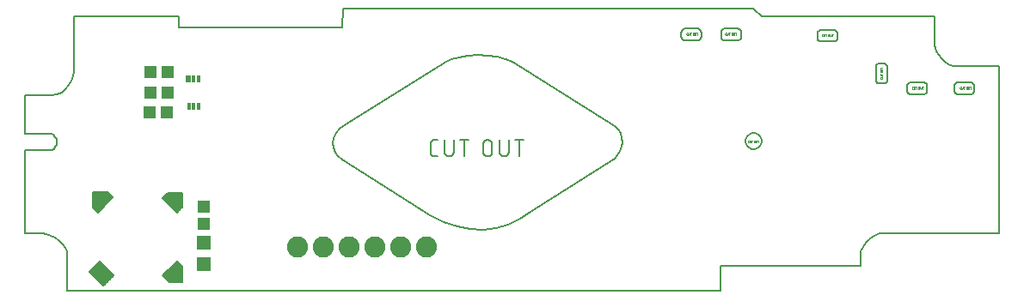
<source format=gbs>
G75*
%MOIN*%
%OFA0B0*%
%FSLAX25Y25*%
%IPPOS*%
%LPD*%
%AMOC8*
5,1,8,0,0,1.08239X$1,22.5*
%
%ADD10C,0.00600*%
%ADD11C,0.00500*%
%ADD12C,0.00800*%
%ADD13C,0.00000*%
%ADD14R,0.08280X0.05918*%
%ADD15R,0.05131X0.04737*%
%ADD16C,0.08200*%
%ADD17R,0.05524X0.05524*%
%ADD18R,0.04737X0.05131*%
%ADD19R,0.01981X0.02965*%
%ADD20R,0.01784X0.02965*%
D10*
X0017703Y0038877D02*
X0017703Y0053068D01*
X0017473Y0054223D01*
X0016826Y0055511D01*
X0015826Y0056843D01*
X0014540Y0058131D01*
X0013031Y0059287D01*
X0011367Y0060221D01*
X0009609Y0060847D01*
X0007826Y0061075D01*
X0001300Y0061075D01*
X0001300Y0093285D01*
X0011489Y0093363D01*
X0012380Y0093845D01*
X0013016Y0094600D01*
X0013395Y0095536D01*
X0013520Y0096561D01*
X0013391Y0097585D01*
X0013008Y0098513D01*
X0012374Y0099256D01*
X0011489Y0099720D01*
X0001300Y0099735D01*
X0001300Y0114803D02*
X0011489Y0114803D01*
X0013651Y0115090D01*
X0015486Y0115887D01*
X0017005Y0117096D01*
X0018220Y0118620D01*
X0019144Y0120362D01*
X0019789Y0122225D01*
X0020167Y0124111D01*
X0020291Y0125924D01*
X0020291Y0145461D01*
X0060762Y0145461D02*
X0060762Y0141013D01*
X0124178Y0141164D01*
X0124439Y0148568D01*
X0283611Y0148568D01*
X0286803Y0145461D01*
X0353849Y0145461D01*
X0353872Y0134183D01*
X0354104Y0132969D01*
X0354668Y0131631D01*
X0355516Y0130256D01*
X0356599Y0128933D01*
X0357869Y0127750D01*
X0359276Y0126796D01*
X0360773Y0126160D01*
X0362309Y0125929D01*
X0362585Y0125935D01*
X0378794Y0125924D01*
X0378794Y0061075D01*
X0333600Y0061075D01*
X0332610Y0060907D01*
X0331351Y0060421D01*
X0329946Y0059641D01*
X0328519Y0058595D01*
X0327194Y0057307D01*
X0326094Y0055804D01*
X0325344Y0054111D01*
X0325066Y0052254D01*
X0325066Y0048361D01*
X0270858Y0048361D01*
X0270858Y0038877D01*
X0017703Y0038877D01*
X0122690Y0090966D02*
X0124225Y0089783D01*
X0158265Y0068189D01*
X0163523Y0065449D01*
X0168754Y0063607D01*
X0173919Y0062628D01*
X0178974Y0062478D01*
X0183880Y0063119D01*
X0188596Y0064518D01*
X0193079Y0066639D01*
X0197289Y0069447D01*
X0229895Y0090159D01*
X0230978Y0091402D01*
X0231843Y0092915D01*
X0232442Y0094612D01*
X0232729Y0096404D01*
X0232659Y0098204D01*
X0232183Y0099923D01*
X0231257Y0101475D01*
X0229833Y0102771D01*
X0190100Y0127595D01*
X0187592Y0128804D01*
X0184372Y0129643D01*
X0180700Y0130126D01*
X0176836Y0130263D01*
X0173041Y0130067D01*
X0169574Y0129549D01*
X0166698Y0128721D01*
X0164671Y0127595D01*
X0125405Y0103236D01*
X0123317Y0101738D01*
X0121857Y0099993D01*
X0120989Y0098097D01*
X0120674Y0096150D01*
X0120878Y0094247D01*
X0121562Y0092486D01*
X0122690Y0090966D01*
X0158497Y0092431D02*
X0158497Y0095986D01*
X0158499Y0096060D01*
X0158505Y0096135D01*
X0158515Y0096208D01*
X0158528Y0096282D01*
X0158545Y0096354D01*
X0158567Y0096425D01*
X0158591Y0096496D01*
X0158620Y0096564D01*
X0158652Y0096632D01*
X0158688Y0096697D01*
X0158726Y0096760D01*
X0158769Y0096822D01*
X0158814Y0096881D01*
X0158862Y0096937D01*
X0158913Y0096992D01*
X0158967Y0097043D01*
X0159024Y0097091D01*
X0159083Y0097136D01*
X0159145Y0097179D01*
X0159208Y0097217D01*
X0159273Y0097253D01*
X0159341Y0097285D01*
X0159409Y0097314D01*
X0159480Y0097338D01*
X0159551Y0097360D01*
X0159623Y0097377D01*
X0159697Y0097390D01*
X0159770Y0097400D01*
X0159845Y0097406D01*
X0159919Y0097408D01*
X0161341Y0097408D01*
X0163846Y0097408D02*
X0163846Y0092786D01*
X0163848Y0092703D01*
X0163854Y0092620D01*
X0163864Y0092537D01*
X0163877Y0092454D01*
X0163895Y0092373D01*
X0163916Y0092292D01*
X0163941Y0092213D01*
X0163970Y0092135D01*
X0164002Y0092058D01*
X0164038Y0091983D01*
X0164077Y0091909D01*
X0164120Y0091838D01*
X0164166Y0091768D01*
X0164216Y0091701D01*
X0164268Y0091636D01*
X0164323Y0091574D01*
X0164382Y0091514D01*
X0164443Y0091457D01*
X0164506Y0091403D01*
X0164572Y0091352D01*
X0164641Y0091305D01*
X0164711Y0091260D01*
X0164784Y0091219D01*
X0164858Y0091182D01*
X0164934Y0091147D01*
X0165012Y0091117D01*
X0165090Y0091090D01*
X0165171Y0091067D01*
X0165252Y0091047D01*
X0165334Y0091032D01*
X0165416Y0091020D01*
X0165499Y0091012D01*
X0165582Y0091008D01*
X0165666Y0091008D01*
X0165749Y0091012D01*
X0165832Y0091020D01*
X0165914Y0091032D01*
X0165996Y0091047D01*
X0166077Y0091067D01*
X0166158Y0091090D01*
X0166236Y0091117D01*
X0166314Y0091147D01*
X0166390Y0091182D01*
X0166464Y0091219D01*
X0166537Y0091260D01*
X0166607Y0091305D01*
X0166676Y0091352D01*
X0166742Y0091403D01*
X0166805Y0091457D01*
X0166866Y0091514D01*
X0166925Y0091574D01*
X0166980Y0091636D01*
X0167032Y0091701D01*
X0167082Y0091768D01*
X0167128Y0091838D01*
X0167171Y0091909D01*
X0167210Y0091983D01*
X0167246Y0092058D01*
X0167278Y0092135D01*
X0167307Y0092213D01*
X0167332Y0092292D01*
X0167353Y0092373D01*
X0167371Y0092454D01*
X0167384Y0092537D01*
X0167394Y0092620D01*
X0167400Y0092703D01*
X0167402Y0092786D01*
X0167401Y0092786D02*
X0167401Y0097408D01*
X0169795Y0097408D02*
X0173350Y0097408D01*
X0171573Y0097408D02*
X0171573Y0091008D01*
X0178821Y0092786D02*
X0178821Y0095631D01*
X0178820Y0095631D02*
X0178822Y0095714D01*
X0178828Y0095797D01*
X0178838Y0095880D01*
X0178851Y0095963D01*
X0178869Y0096044D01*
X0178890Y0096125D01*
X0178915Y0096204D01*
X0178944Y0096282D01*
X0178976Y0096359D01*
X0179012Y0096434D01*
X0179051Y0096508D01*
X0179094Y0096579D01*
X0179140Y0096649D01*
X0179190Y0096716D01*
X0179242Y0096781D01*
X0179297Y0096843D01*
X0179356Y0096903D01*
X0179417Y0096960D01*
X0179480Y0097014D01*
X0179546Y0097065D01*
X0179615Y0097112D01*
X0179685Y0097157D01*
X0179758Y0097198D01*
X0179832Y0097235D01*
X0179908Y0097270D01*
X0179986Y0097300D01*
X0180064Y0097327D01*
X0180145Y0097350D01*
X0180226Y0097370D01*
X0180308Y0097385D01*
X0180390Y0097397D01*
X0180473Y0097405D01*
X0180556Y0097409D01*
X0180640Y0097409D01*
X0180723Y0097405D01*
X0180806Y0097397D01*
X0180888Y0097385D01*
X0180970Y0097370D01*
X0181051Y0097350D01*
X0181132Y0097327D01*
X0181210Y0097300D01*
X0181288Y0097270D01*
X0181364Y0097235D01*
X0181438Y0097198D01*
X0181511Y0097157D01*
X0181581Y0097112D01*
X0181650Y0097065D01*
X0181716Y0097014D01*
X0181779Y0096960D01*
X0181840Y0096903D01*
X0181899Y0096843D01*
X0181954Y0096781D01*
X0182006Y0096716D01*
X0182056Y0096649D01*
X0182102Y0096579D01*
X0182145Y0096508D01*
X0182184Y0096434D01*
X0182220Y0096359D01*
X0182252Y0096282D01*
X0182281Y0096204D01*
X0182306Y0096125D01*
X0182327Y0096044D01*
X0182345Y0095963D01*
X0182358Y0095880D01*
X0182368Y0095797D01*
X0182374Y0095714D01*
X0182376Y0095631D01*
X0182376Y0092786D01*
X0182374Y0092703D01*
X0182368Y0092620D01*
X0182358Y0092537D01*
X0182345Y0092454D01*
X0182327Y0092373D01*
X0182306Y0092292D01*
X0182281Y0092213D01*
X0182252Y0092135D01*
X0182220Y0092058D01*
X0182184Y0091983D01*
X0182145Y0091909D01*
X0182102Y0091838D01*
X0182056Y0091768D01*
X0182006Y0091701D01*
X0181954Y0091636D01*
X0181899Y0091574D01*
X0181840Y0091514D01*
X0181779Y0091457D01*
X0181716Y0091403D01*
X0181650Y0091352D01*
X0181581Y0091305D01*
X0181511Y0091260D01*
X0181438Y0091219D01*
X0181364Y0091182D01*
X0181288Y0091147D01*
X0181210Y0091117D01*
X0181132Y0091090D01*
X0181051Y0091067D01*
X0180970Y0091047D01*
X0180888Y0091032D01*
X0180806Y0091020D01*
X0180723Y0091012D01*
X0180640Y0091008D01*
X0180556Y0091008D01*
X0180473Y0091012D01*
X0180390Y0091020D01*
X0180308Y0091032D01*
X0180226Y0091047D01*
X0180145Y0091067D01*
X0180064Y0091090D01*
X0179986Y0091117D01*
X0179908Y0091147D01*
X0179832Y0091182D01*
X0179758Y0091219D01*
X0179685Y0091260D01*
X0179615Y0091305D01*
X0179546Y0091352D01*
X0179480Y0091403D01*
X0179417Y0091457D01*
X0179356Y0091514D01*
X0179297Y0091574D01*
X0179242Y0091636D01*
X0179190Y0091701D01*
X0179140Y0091768D01*
X0179094Y0091838D01*
X0179051Y0091909D01*
X0179012Y0091983D01*
X0178976Y0092058D01*
X0178944Y0092135D01*
X0178915Y0092213D01*
X0178890Y0092292D01*
X0178869Y0092373D01*
X0178851Y0092454D01*
X0178838Y0092537D01*
X0178828Y0092620D01*
X0178822Y0092703D01*
X0178820Y0092786D01*
X0185180Y0092786D02*
X0185180Y0097408D01*
X0188735Y0097408D02*
X0188735Y0092786D01*
X0188736Y0092786D02*
X0188734Y0092703D01*
X0188728Y0092620D01*
X0188718Y0092537D01*
X0188705Y0092454D01*
X0188687Y0092373D01*
X0188666Y0092292D01*
X0188641Y0092213D01*
X0188612Y0092135D01*
X0188580Y0092058D01*
X0188544Y0091983D01*
X0188505Y0091909D01*
X0188462Y0091838D01*
X0188416Y0091768D01*
X0188366Y0091701D01*
X0188314Y0091636D01*
X0188259Y0091574D01*
X0188200Y0091514D01*
X0188139Y0091457D01*
X0188076Y0091403D01*
X0188010Y0091352D01*
X0187941Y0091305D01*
X0187871Y0091260D01*
X0187798Y0091219D01*
X0187724Y0091182D01*
X0187648Y0091147D01*
X0187570Y0091117D01*
X0187492Y0091090D01*
X0187411Y0091067D01*
X0187330Y0091047D01*
X0187248Y0091032D01*
X0187166Y0091020D01*
X0187083Y0091012D01*
X0187000Y0091008D01*
X0186916Y0091008D01*
X0186833Y0091012D01*
X0186750Y0091020D01*
X0186668Y0091032D01*
X0186586Y0091047D01*
X0186505Y0091067D01*
X0186424Y0091090D01*
X0186346Y0091117D01*
X0186268Y0091147D01*
X0186192Y0091182D01*
X0186118Y0091219D01*
X0186045Y0091260D01*
X0185975Y0091305D01*
X0185906Y0091352D01*
X0185840Y0091403D01*
X0185777Y0091457D01*
X0185716Y0091514D01*
X0185657Y0091574D01*
X0185602Y0091636D01*
X0185550Y0091701D01*
X0185500Y0091768D01*
X0185454Y0091838D01*
X0185411Y0091909D01*
X0185372Y0091983D01*
X0185336Y0092058D01*
X0185304Y0092135D01*
X0185275Y0092213D01*
X0185250Y0092292D01*
X0185229Y0092373D01*
X0185211Y0092454D01*
X0185198Y0092537D01*
X0185188Y0092620D01*
X0185182Y0092703D01*
X0185180Y0092786D01*
X0191129Y0097408D02*
X0194684Y0097408D01*
X0192907Y0097408D02*
X0192907Y0091008D01*
X0161341Y0091008D02*
X0159919Y0091008D01*
X0159919Y0091009D02*
X0159845Y0091011D01*
X0159770Y0091017D01*
X0159697Y0091027D01*
X0159623Y0091040D01*
X0159551Y0091057D01*
X0159480Y0091079D01*
X0159409Y0091103D01*
X0159341Y0091132D01*
X0159273Y0091164D01*
X0159208Y0091200D01*
X0159145Y0091238D01*
X0159083Y0091281D01*
X0159024Y0091326D01*
X0158967Y0091374D01*
X0158913Y0091425D01*
X0158862Y0091479D01*
X0158814Y0091536D01*
X0158769Y0091595D01*
X0158726Y0091657D01*
X0158688Y0091720D01*
X0158652Y0091785D01*
X0158620Y0091853D01*
X0158591Y0091921D01*
X0158567Y0091992D01*
X0158545Y0092063D01*
X0158528Y0092135D01*
X0158515Y0092209D01*
X0158505Y0092282D01*
X0158499Y0092357D01*
X0158497Y0092431D01*
X0255811Y0136897D02*
X0255734Y0137142D01*
X0255707Y0137405D01*
X0255707Y0139289D01*
X0255734Y0139552D01*
X0255811Y0139797D01*
X0255931Y0140020D01*
X0256092Y0140213D01*
X0256285Y0140374D01*
X0256508Y0140495D01*
X0256753Y0140571D01*
X0257016Y0140598D01*
X0262092Y0140598D01*
X0262355Y0140571D01*
X0262600Y0140495D01*
X0262822Y0140374D01*
X0263016Y0140213D01*
X0263176Y0140020D01*
X0263297Y0139797D01*
X0263374Y0139552D01*
X0263400Y0139289D01*
X0263400Y0137405D01*
X0263374Y0137142D01*
X0263297Y0136897D01*
X0263176Y0136675D01*
X0263016Y0136481D01*
X0262822Y0136321D01*
X0262600Y0136200D01*
X0262355Y0136123D01*
X0262092Y0136097D01*
X0257016Y0136097D01*
X0256753Y0136123D01*
X0256508Y0136200D01*
X0256285Y0136321D01*
X0256092Y0136481D01*
X0255931Y0136675D01*
X0255811Y0136897D01*
X0271135Y0137405D02*
X0271135Y0139289D01*
X0271162Y0139552D01*
X0271239Y0139797D01*
X0271359Y0140020D01*
X0271520Y0140213D01*
X0271713Y0140374D01*
X0271935Y0140495D01*
X0272181Y0140571D01*
X0272443Y0140598D01*
X0277520Y0140598D01*
X0277783Y0140571D01*
X0278028Y0140495D01*
X0278250Y0140374D01*
X0278444Y0140213D01*
X0278604Y0140020D01*
X0278725Y0139797D01*
X0278802Y0139552D01*
X0278828Y0139289D01*
X0278828Y0137405D01*
X0278802Y0137142D01*
X0278725Y0136897D01*
X0278604Y0136675D01*
X0278444Y0136481D01*
X0278250Y0136321D01*
X0278028Y0136200D01*
X0277783Y0136123D01*
X0277520Y0136097D01*
X0272443Y0136097D01*
X0272181Y0136123D01*
X0271935Y0136200D01*
X0271713Y0136321D01*
X0271520Y0136481D01*
X0271359Y0136675D01*
X0271239Y0136897D01*
X0271162Y0137142D01*
X0271135Y0137405D01*
X0308483Y0136890D02*
X0308483Y0138774D01*
X0308510Y0139037D01*
X0308587Y0139282D01*
X0308707Y0139504D01*
X0308868Y0139698D01*
X0309061Y0139858D01*
X0309283Y0139979D01*
X0309529Y0140056D01*
X0309791Y0140082D01*
X0314868Y0140082D01*
X0315131Y0140056D01*
X0315376Y0139979D01*
X0315598Y0139858D01*
X0315792Y0139698D01*
X0315952Y0139504D01*
X0316073Y0139282D01*
X0316150Y0139037D01*
X0316176Y0138774D01*
X0316176Y0136890D01*
X0316150Y0136627D01*
X0316073Y0136382D01*
X0315952Y0136160D01*
X0315792Y0135966D01*
X0315598Y0135806D01*
X0315376Y0135685D01*
X0315131Y0135608D01*
X0314868Y0135582D01*
X0309791Y0135582D01*
X0309529Y0135608D01*
X0309283Y0135685D01*
X0309061Y0135806D01*
X0308868Y0135966D01*
X0308707Y0136160D01*
X0308587Y0136382D01*
X0308510Y0136627D01*
X0308483Y0136890D01*
X0331167Y0126223D02*
X0331288Y0126445D01*
X0331448Y0126639D01*
X0331642Y0126799D01*
X0331865Y0126920D01*
X0332109Y0126996D01*
X0332372Y0127023D01*
X0334256Y0127023D01*
X0334519Y0126996D01*
X0334765Y0126920D01*
X0334987Y0126799D01*
X0335181Y0126639D01*
X0335341Y0126445D01*
X0335462Y0126223D01*
X0335538Y0125978D01*
X0335565Y0125715D01*
X0335565Y0120638D01*
X0335538Y0120375D01*
X0335462Y0120130D01*
X0335341Y0119908D01*
X0335181Y0119714D01*
X0334987Y0119554D01*
X0334765Y0119433D01*
X0334519Y0119357D01*
X0334256Y0119330D01*
X0332372Y0119330D01*
X0332109Y0119357D01*
X0331865Y0119433D01*
X0331642Y0119554D01*
X0331448Y0119714D01*
X0331288Y0119908D01*
X0331167Y0120130D01*
X0331091Y0120375D01*
X0331064Y0120638D01*
X0331064Y0125715D01*
X0331091Y0125978D01*
X0331167Y0126223D01*
X0343477Y0119106D02*
X0343637Y0119300D01*
X0343831Y0119460D01*
X0344053Y0119581D01*
X0344298Y0119658D01*
X0344561Y0119684D01*
X0349637Y0119684D01*
X0349900Y0119658D01*
X0350145Y0119581D01*
X0350368Y0119460D01*
X0350561Y0119300D01*
X0350722Y0119106D01*
X0350843Y0118884D01*
X0350919Y0118639D01*
X0350946Y0118376D01*
X0350946Y0116492D01*
X0350919Y0116229D01*
X0350843Y0115984D01*
X0350722Y0115761D01*
X0350561Y0115567D01*
X0350368Y0115407D01*
X0350145Y0115286D01*
X0349900Y0115210D01*
X0349637Y0115183D01*
X0344561Y0115183D01*
X0344298Y0115210D01*
X0344053Y0115286D01*
X0343831Y0115407D01*
X0343637Y0115567D01*
X0343477Y0115761D01*
X0343356Y0115984D01*
X0343280Y0116229D01*
X0343253Y0116492D01*
X0343253Y0118376D01*
X0343280Y0118639D01*
X0343356Y0118884D01*
X0343477Y0119106D01*
X0361576Y0118376D02*
X0361576Y0116492D01*
X0361603Y0116229D01*
X0361680Y0115984D01*
X0361800Y0115761D01*
X0361961Y0115567D01*
X0362154Y0115407D01*
X0362377Y0115286D01*
X0362622Y0115210D01*
X0362885Y0115183D01*
X0367961Y0115183D01*
X0368224Y0115210D01*
X0368469Y0115286D01*
X0368691Y0115407D01*
X0368885Y0115567D01*
X0369045Y0115761D01*
X0369166Y0115984D01*
X0369243Y0116229D01*
X0369269Y0116492D01*
X0369269Y0118376D01*
X0369243Y0118639D01*
X0369166Y0118884D01*
X0369045Y0119106D01*
X0368885Y0119300D01*
X0368691Y0119460D01*
X0368469Y0119581D01*
X0368224Y0119658D01*
X0367961Y0119684D01*
X0362885Y0119684D01*
X0362622Y0119658D01*
X0362377Y0119581D01*
X0362154Y0119460D01*
X0361961Y0119300D01*
X0361800Y0119106D01*
X0361680Y0118884D01*
X0361603Y0118639D01*
X0361576Y0118376D01*
X0286760Y0097559D02*
X0286824Y0096924D01*
X0286764Y0097539D01*
X0286585Y0098129D01*
X0286294Y0098674D01*
X0285902Y0099151D01*
X0285425Y0099543D01*
X0284880Y0099834D01*
X0284289Y0100013D01*
X0283675Y0100074D01*
X0283060Y0100013D01*
X0282469Y0099834D01*
X0281925Y0099543D01*
X0281448Y0099151D01*
X0281056Y0098674D01*
X0280765Y0098129D01*
X0280586Y0097539D01*
X0280525Y0096924D01*
X0280586Y0096310D01*
X0280765Y0095719D01*
X0281056Y0095174D01*
X0281448Y0094697D01*
X0281925Y0094305D01*
X0282469Y0094014D01*
X0283060Y0093835D01*
X0283675Y0093774D01*
X0284289Y0093835D01*
X0284880Y0094014D01*
X0285425Y0094305D01*
X0285902Y0094697D01*
X0286294Y0095174D01*
X0286585Y0095719D01*
X0286764Y0096310D01*
X0286824Y0096924D01*
X0286760Y0096289D01*
X0286577Y0095698D01*
X0286287Y0095163D01*
X0285902Y0094697D01*
X0285436Y0094312D01*
X0284901Y0094022D01*
X0284309Y0093839D01*
X0283675Y0093774D01*
X0283040Y0093839D01*
X0282449Y0094022D01*
X0281914Y0094312D01*
X0281448Y0094697D01*
X0281063Y0095163D01*
X0280773Y0095698D01*
X0280589Y0096289D01*
X0280525Y0096924D01*
X0280589Y0097559D01*
X0280773Y0098150D01*
X0281063Y0098685D01*
X0281448Y0099151D01*
X0281914Y0099536D01*
X0282449Y0099826D01*
X0283040Y0100010D01*
X0283675Y0100074D01*
X0284309Y0100010D01*
X0284901Y0099826D01*
X0285436Y0099536D01*
X0285902Y0099151D01*
X0286287Y0098685D01*
X0286577Y0098150D01*
X0286760Y0097559D01*
D11*
X0062197Y0076708D02*
X0062197Y0071708D01*
X0062197Y0071208D01*
X0061697Y0070708D01*
X0060197Y0069208D01*
X0054697Y0074708D01*
X0056697Y0076708D01*
X0062197Y0076708D01*
X0062197Y0076586D02*
X0056575Y0076586D01*
X0056076Y0076088D02*
X0062197Y0076088D01*
X0062197Y0075589D02*
X0055578Y0075589D01*
X0055079Y0075091D02*
X0062197Y0075091D01*
X0062197Y0074592D02*
X0054813Y0074592D01*
X0055311Y0074094D02*
X0062197Y0074094D01*
X0062197Y0073595D02*
X0055810Y0073595D01*
X0056309Y0073097D02*
X0062197Y0073097D01*
X0062197Y0072598D02*
X0056807Y0072598D01*
X0057306Y0072100D02*
X0062197Y0072100D01*
X0062197Y0071601D02*
X0057804Y0071601D01*
X0058303Y0071103D02*
X0062091Y0071103D01*
X0061593Y0070604D02*
X0058801Y0070604D01*
X0059300Y0070106D02*
X0061094Y0070106D01*
X0060596Y0069607D02*
X0059798Y0069607D01*
X0035197Y0075208D02*
X0033197Y0077208D01*
X0027697Y0077208D01*
X0027697Y0071208D01*
X0029697Y0069208D01*
X0035197Y0075208D01*
X0035089Y0075091D02*
X0027697Y0075091D01*
X0027697Y0075589D02*
X0034816Y0075589D01*
X0034317Y0076088D02*
X0027697Y0076088D01*
X0027697Y0076586D02*
X0033819Y0076586D01*
X0033320Y0077085D02*
X0027697Y0077085D01*
X0027697Y0074592D02*
X0034632Y0074592D01*
X0034175Y0074094D02*
X0027697Y0074094D01*
X0027697Y0073595D02*
X0033718Y0073595D01*
X0033261Y0073097D02*
X0027697Y0073097D01*
X0027697Y0072598D02*
X0032804Y0072598D01*
X0032347Y0072100D02*
X0027697Y0072100D01*
X0027697Y0071601D02*
X0031890Y0071601D01*
X0031433Y0071103D02*
X0027803Y0071103D01*
X0028301Y0070604D02*
X0030976Y0070604D01*
X0030519Y0070106D02*
X0028800Y0070106D01*
X0029298Y0069607D02*
X0030062Y0069607D01*
X0030197Y0050208D02*
X0026197Y0046208D01*
X0031697Y0040708D01*
X0035697Y0044708D01*
X0030197Y0050208D01*
X0030154Y0050165D02*
X0030240Y0050165D01*
X0030739Y0049667D02*
X0029655Y0049667D01*
X0029157Y0049168D02*
X0031237Y0049168D01*
X0031736Y0048670D02*
X0028658Y0048670D01*
X0028160Y0048171D02*
X0032234Y0048171D01*
X0032733Y0047673D02*
X0027661Y0047673D01*
X0027163Y0047174D02*
X0033231Y0047174D01*
X0033730Y0046676D02*
X0026664Y0046676D01*
X0026228Y0046177D02*
X0034228Y0046177D01*
X0034727Y0045679D02*
X0026727Y0045679D01*
X0027225Y0045180D02*
X0035225Y0045180D01*
X0035670Y0044682D02*
X0027724Y0044682D01*
X0028222Y0044183D02*
X0035172Y0044183D01*
X0034673Y0043685D02*
X0028721Y0043685D01*
X0029219Y0043186D02*
X0034175Y0043186D01*
X0033676Y0042687D02*
X0029718Y0042687D01*
X0030216Y0042189D02*
X0033177Y0042189D01*
X0032679Y0041690D02*
X0030715Y0041690D01*
X0031213Y0041192D02*
X0032180Y0041192D01*
X0054697Y0044708D02*
X0057197Y0042208D01*
X0062197Y0042208D01*
X0062197Y0042708D01*
X0062197Y0048208D01*
X0061697Y0048708D01*
X0060197Y0050208D01*
X0054697Y0044708D01*
X0054724Y0044682D02*
X0062197Y0044682D01*
X0062197Y0045180D02*
X0055169Y0045180D01*
X0055667Y0045679D02*
X0062197Y0045679D01*
X0062197Y0046177D02*
X0056166Y0046177D01*
X0056664Y0046676D02*
X0062197Y0046676D01*
X0062197Y0047174D02*
X0057163Y0047174D01*
X0057661Y0047673D02*
X0062197Y0047673D01*
X0062197Y0048171D02*
X0058160Y0048171D01*
X0058658Y0048670D02*
X0061736Y0048670D01*
X0061237Y0049168D02*
X0059157Y0049168D01*
X0059655Y0049667D02*
X0060739Y0049667D01*
X0060240Y0050165D02*
X0060154Y0050165D01*
X0062197Y0044183D02*
X0055222Y0044183D01*
X0055721Y0043685D02*
X0062197Y0043685D01*
X0062197Y0043186D02*
X0056219Y0043186D01*
X0056718Y0042687D02*
X0062197Y0042687D01*
X0001300Y0099735D02*
X0001300Y0114803D01*
D12*
X0020291Y0145461D02*
X0060762Y0145461D01*
D13*
X0257697Y0138831D02*
X0257697Y0138386D01*
X0257699Y0138361D01*
X0257704Y0138336D01*
X0257713Y0138312D01*
X0257725Y0138290D01*
X0257740Y0138269D01*
X0257758Y0138251D01*
X0257779Y0138236D01*
X0257801Y0138224D01*
X0257825Y0138215D01*
X0257850Y0138210D01*
X0257875Y0138208D01*
X0258052Y0138208D01*
X0258322Y0138431D02*
X0258322Y0139008D01*
X0258052Y0139008D02*
X0257875Y0139008D01*
X0257875Y0139009D02*
X0257850Y0139007D01*
X0257825Y0139002D01*
X0257801Y0138993D01*
X0257779Y0138981D01*
X0257758Y0138966D01*
X0257740Y0138948D01*
X0257725Y0138927D01*
X0257713Y0138905D01*
X0257704Y0138881D01*
X0257699Y0138856D01*
X0257697Y0138831D01*
X0258322Y0138431D02*
X0258324Y0138402D01*
X0258330Y0138374D01*
X0258339Y0138346D01*
X0258352Y0138320D01*
X0258368Y0138296D01*
X0258387Y0138274D01*
X0258409Y0138255D01*
X0258433Y0138239D01*
X0258459Y0138226D01*
X0258487Y0138217D01*
X0258515Y0138211D01*
X0258544Y0138209D01*
X0258573Y0138211D01*
X0258601Y0138217D01*
X0258629Y0138226D01*
X0258655Y0138239D01*
X0258679Y0138255D01*
X0258701Y0138274D01*
X0258720Y0138296D01*
X0258736Y0138320D01*
X0258749Y0138346D01*
X0258758Y0138374D01*
X0258764Y0138402D01*
X0258766Y0138431D01*
X0258766Y0139008D01*
X0259018Y0139008D02*
X0259462Y0139008D01*
X0259240Y0139008D02*
X0259240Y0138208D01*
X0260074Y0138431D02*
X0260074Y0138786D01*
X0260076Y0138815D01*
X0260082Y0138843D01*
X0260091Y0138871D01*
X0260104Y0138897D01*
X0260120Y0138921D01*
X0260139Y0138943D01*
X0260161Y0138962D01*
X0260185Y0138978D01*
X0260211Y0138991D01*
X0260239Y0139000D01*
X0260267Y0139006D01*
X0260296Y0139008D01*
X0260325Y0139006D01*
X0260353Y0139000D01*
X0260381Y0138991D01*
X0260407Y0138978D01*
X0260431Y0138962D01*
X0260453Y0138943D01*
X0260472Y0138921D01*
X0260488Y0138897D01*
X0260501Y0138871D01*
X0260510Y0138843D01*
X0260516Y0138815D01*
X0260518Y0138786D01*
X0260518Y0138431D01*
X0260516Y0138402D01*
X0260510Y0138374D01*
X0260501Y0138346D01*
X0260488Y0138320D01*
X0260472Y0138296D01*
X0260453Y0138274D01*
X0260431Y0138255D01*
X0260407Y0138239D01*
X0260381Y0138226D01*
X0260353Y0138217D01*
X0260325Y0138211D01*
X0260296Y0138209D01*
X0260267Y0138211D01*
X0260239Y0138217D01*
X0260211Y0138226D01*
X0260185Y0138239D01*
X0260161Y0138255D01*
X0260139Y0138274D01*
X0260120Y0138296D01*
X0260104Y0138320D01*
X0260091Y0138346D01*
X0260082Y0138374D01*
X0260076Y0138402D01*
X0260074Y0138431D01*
X0260818Y0138431D02*
X0260818Y0139008D01*
X0261262Y0139008D02*
X0261262Y0138431D01*
X0261260Y0138402D01*
X0261254Y0138374D01*
X0261245Y0138346D01*
X0261232Y0138320D01*
X0261216Y0138296D01*
X0261197Y0138274D01*
X0261175Y0138255D01*
X0261151Y0138239D01*
X0261125Y0138226D01*
X0261097Y0138217D01*
X0261069Y0138211D01*
X0261040Y0138209D01*
X0261011Y0138211D01*
X0260983Y0138217D01*
X0260955Y0138226D01*
X0260929Y0138239D01*
X0260905Y0138255D01*
X0260883Y0138274D01*
X0260864Y0138296D01*
X0260848Y0138320D01*
X0260835Y0138346D01*
X0260826Y0138374D01*
X0260820Y0138402D01*
X0260818Y0138431D01*
X0261514Y0139008D02*
X0261958Y0139008D01*
X0261736Y0139008D02*
X0261736Y0138208D01*
X0272697Y0138386D02*
X0272697Y0138831D01*
X0272699Y0138856D01*
X0272704Y0138881D01*
X0272713Y0138905D01*
X0272725Y0138927D01*
X0272740Y0138948D01*
X0272758Y0138966D01*
X0272779Y0138981D01*
X0272801Y0138993D01*
X0272825Y0139002D01*
X0272850Y0139007D01*
X0272875Y0139009D01*
X0272875Y0139008D02*
X0273052Y0139008D01*
X0273322Y0139008D02*
X0273322Y0138431D01*
X0273324Y0138402D01*
X0273330Y0138374D01*
X0273339Y0138346D01*
X0273352Y0138320D01*
X0273368Y0138296D01*
X0273387Y0138274D01*
X0273409Y0138255D01*
X0273433Y0138239D01*
X0273459Y0138226D01*
X0273487Y0138217D01*
X0273515Y0138211D01*
X0273544Y0138209D01*
X0273573Y0138211D01*
X0273601Y0138217D01*
X0273629Y0138226D01*
X0273655Y0138239D01*
X0273679Y0138255D01*
X0273701Y0138274D01*
X0273720Y0138296D01*
X0273736Y0138320D01*
X0273749Y0138346D01*
X0273758Y0138374D01*
X0273764Y0138402D01*
X0273766Y0138431D01*
X0273766Y0139008D01*
X0274018Y0139008D02*
X0274462Y0139008D01*
X0274240Y0139008D02*
X0274240Y0138208D01*
X0275074Y0138431D02*
X0275074Y0138786D01*
X0275076Y0138815D01*
X0275082Y0138843D01*
X0275091Y0138871D01*
X0275104Y0138897D01*
X0275120Y0138921D01*
X0275139Y0138943D01*
X0275161Y0138962D01*
X0275185Y0138978D01*
X0275211Y0138991D01*
X0275239Y0139000D01*
X0275267Y0139006D01*
X0275296Y0139008D01*
X0275325Y0139006D01*
X0275353Y0139000D01*
X0275381Y0138991D01*
X0275407Y0138978D01*
X0275431Y0138962D01*
X0275453Y0138943D01*
X0275472Y0138921D01*
X0275488Y0138897D01*
X0275501Y0138871D01*
X0275510Y0138843D01*
X0275516Y0138815D01*
X0275518Y0138786D01*
X0275518Y0138431D01*
X0275516Y0138402D01*
X0275510Y0138374D01*
X0275501Y0138346D01*
X0275488Y0138320D01*
X0275472Y0138296D01*
X0275453Y0138274D01*
X0275431Y0138255D01*
X0275407Y0138239D01*
X0275381Y0138226D01*
X0275353Y0138217D01*
X0275325Y0138211D01*
X0275296Y0138209D01*
X0275267Y0138211D01*
X0275239Y0138217D01*
X0275211Y0138226D01*
X0275185Y0138239D01*
X0275161Y0138255D01*
X0275139Y0138274D01*
X0275120Y0138296D01*
X0275104Y0138320D01*
X0275091Y0138346D01*
X0275082Y0138374D01*
X0275076Y0138402D01*
X0275074Y0138431D01*
X0275818Y0138431D02*
X0275818Y0139008D01*
X0276262Y0139008D02*
X0276262Y0138431D01*
X0276260Y0138402D01*
X0276254Y0138374D01*
X0276245Y0138346D01*
X0276232Y0138320D01*
X0276216Y0138296D01*
X0276197Y0138274D01*
X0276175Y0138255D01*
X0276151Y0138239D01*
X0276125Y0138226D01*
X0276097Y0138217D01*
X0276069Y0138211D01*
X0276040Y0138209D01*
X0276011Y0138211D01*
X0275983Y0138217D01*
X0275955Y0138226D01*
X0275929Y0138239D01*
X0275905Y0138255D01*
X0275883Y0138274D01*
X0275864Y0138296D01*
X0275848Y0138320D01*
X0275835Y0138346D01*
X0275826Y0138374D01*
X0275820Y0138402D01*
X0275818Y0138431D01*
X0276514Y0139008D02*
X0276958Y0139008D01*
X0276736Y0139008D02*
X0276736Y0138208D01*
X0273052Y0138208D02*
X0272875Y0138208D01*
X0272850Y0138210D01*
X0272825Y0138215D01*
X0272801Y0138224D01*
X0272779Y0138236D01*
X0272758Y0138251D01*
X0272740Y0138269D01*
X0272725Y0138290D01*
X0272713Y0138312D01*
X0272704Y0138336D01*
X0272699Y0138361D01*
X0272697Y0138386D01*
X0310197Y0138331D02*
X0310197Y0137886D01*
X0310199Y0137861D01*
X0310204Y0137836D01*
X0310213Y0137812D01*
X0310225Y0137790D01*
X0310240Y0137769D01*
X0310258Y0137751D01*
X0310279Y0137736D01*
X0310301Y0137724D01*
X0310325Y0137715D01*
X0310350Y0137710D01*
X0310375Y0137708D01*
X0310552Y0137708D01*
X0310822Y0137931D02*
X0310822Y0138508D01*
X0310552Y0138508D02*
X0310375Y0138508D01*
X0310375Y0138509D02*
X0310350Y0138507D01*
X0310325Y0138502D01*
X0310301Y0138493D01*
X0310279Y0138481D01*
X0310258Y0138466D01*
X0310240Y0138448D01*
X0310225Y0138427D01*
X0310213Y0138405D01*
X0310204Y0138381D01*
X0310199Y0138356D01*
X0310197Y0138331D01*
X0310822Y0137931D02*
X0310824Y0137902D01*
X0310830Y0137874D01*
X0310839Y0137846D01*
X0310852Y0137820D01*
X0310868Y0137796D01*
X0310887Y0137774D01*
X0310909Y0137755D01*
X0310933Y0137739D01*
X0310959Y0137726D01*
X0310987Y0137717D01*
X0311015Y0137711D01*
X0311044Y0137709D01*
X0311073Y0137711D01*
X0311101Y0137717D01*
X0311129Y0137726D01*
X0311155Y0137739D01*
X0311179Y0137755D01*
X0311201Y0137774D01*
X0311220Y0137796D01*
X0311236Y0137820D01*
X0311249Y0137846D01*
X0311258Y0137874D01*
X0311264Y0137902D01*
X0311266Y0137931D01*
X0311266Y0138508D01*
X0311518Y0138508D02*
X0311962Y0138508D01*
X0311740Y0138508D02*
X0311740Y0137708D01*
X0312574Y0137931D02*
X0312574Y0138286D01*
X0312576Y0138315D01*
X0312582Y0138343D01*
X0312591Y0138371D01*
X0312604Y0138397D01*
X0312620Y0138421D01*
X0312639Y0138443D01*
X0312661Y0138462D01*
X0312685Y0138478D01*
X0312711Y0138491D01*
X0312739Y0138500D01*
X0312767Y0138506D01*
X0312796Y0138508D01*
X0312825Y0138506D01*
X0312853Y0138500D01*
X0312881Y0138491D01*
X0312907Y0138478D01*
X0312931Y0138462D01*
X0312953Y0138443D01*
X0312972Y0138421D01*
X0312988Y0138397D01*
X0313001Y0138371D01*
X0313010Y0138343D01*
X0313016Y0138315D01*
X0313018Y0138286D01*
X0313018Y0137931D01*
X0313016Y0137902D01*
X0313010Y0137874D01*
X0313001Y0137846D01*
X0312988Y0137820D01*
X0312972Y0137796D01*
X0312953Y0137774D01*
X0312931Y0137755D01*
X0312907Y0137739D01*
X0312881Y0137726D01*
X0312853Y0137717D01*
X0312825Y0137711D01*
X0312796Y0137709D01*
X0312767Y0137711D01*
X0312739Y0137717D01*
X0312711Y0137726D01*
X0312685Y0137739D01*
X0312661Y0137755D01*
X0312639Y0137774D01*
X0312620Y0137796D01*
X0312604Y0137820D01*
X0312591Y0137846D01*
X0312582Y0137874D01*
X0312576Y0137902D01*
X0312574Y0137931D01*
X0313318Y0137931D02*
X0313318Y0138508D01*
X0313762Y0138508D02*
X0313762Y0137931D01*
X0313760Y0137902D01*
X0313754Y0137874D01*
X0313745Y0137846D01*
X0313732Y0137820D01*
X0313716Y0137796D01*
X0313697Y0137774D01*
X0313675Y0137755D01*
X0313651Y0137739D01*
X0313625Y0137726D01*
X0313597Y0137717D01*
X0313569Y0137711D01*
X0313540Y0137709D01*
X0313511Y0137711D01*
X0313483Y0137717D01*
X0313455Y0137726D01*
X0313429Y0137739D01*
X0313405Y0137755D01*
X0313383Y0137774D01*
X0313364Y0137796D01*
X0313348Y0137820D01*
X0313335Y0137846D01*
X0313326Y0137874D01*
X0313320Y0137902D01*
X0313318Y0137931D01*
X0314014Y0138508D02*
X0314458Y0138508D01*
X0314236Y0138508D02*
X0314236Y0137708D01*
X0332897Y0125470D02*
X0332897Y0125025D01*
X0332897Y0125248D02*
X0333697Y0125248D01*
X0333475Y0124774D02*
X0332897Y0124774D01*
X0332897Y0124329D02*
X0333475Y0124329D01*
X0333475Y0124330D02*
X0333504Y0124332D01*
X0333532Y0124338D01*
X0333560Y0124347D01*
X0333586Y0124360D01*
X0333610Y0124376D01*
X0333632Y0124395D01*
X0333651Y0124417D01*
X0333667Y0124441D01*
X0333680Y0124467D01*
X0333689Y0124495D01*
X0333695Y0124523D01*
X0333697Y0124552D01*
X0333695Y0124581D01*
X0333689Y0124609D01*
X0333680Y0124637D01*
X0333667Y0124663D01*
X0333651Y0124687D01*
X0333632Y0124709D01*
X0333610Y0124728D01*
X0333586Y0124744D01*
X0333560Y0124757D01*
X0333532Y0124766D01*
X0333504Y0124772D01*
X0333475Y0124774D01*
X0333475Y0124030D02*
X0333119Y0124030D01*
X0333090Y0124028D01*
X0333062Y0124022D01*
X0333034Y0124013D01*
X0333008Y0124000D01*
X0332984Y0123984D01*
X0332962Y0123965D01*
X0332943Y0123943D01*
X0332927Y0123919D01*
X0332914Y0123893D01*
X0332905Y0123865D01*
X0332899Y0123837D01*
X0332897Y0123808D01*
X0332899Y0123779D01*
X0332905Y0123751D01*
X0332914Y0123723D01*
X0332927Y0123697D01*
X0332943Y0123673D01*
X0332962Y0123651D01*
X0332984Y0123632D01*
X0333008Y0123616D01*
X0333034Y0123603D01*
X0333062Y0123594D01*
X0333090Y0123588D01*
X0333119Y0123586D01*
X0333119Y0123585D02*
X0333475Y0123585D01*
X0333475Y0123586D02*
X0333504Y0123588D01*
X0333532Y0123594D01*
X0333560Y0123603D01*
X0333586Y0123616D01*
X0333610Y0123632D01*
X0333632Y0123651D01*
X0333651Y0123673D01*
X0333667Y0123697D01*
X0333680Y0123723D01*
X0333689Y0123751D01*
X0333695Y0123779D01*
X0333697Y0123808D01*
X0333695Y0123837D01*
X0333689Y0123865D01*
X0333680Y0123893D01*
X0333667Y0123919D01*
X0333651Y0123943D01*
X0333632Y0123965D01*
X0333610Y0123984D01*
X0333586Y0124000D01*
X0333560Y0124013D01*
X0333532Y0124022D01*
X0333504Y0124028D01*
X0333475Y0124030D01*
X0332897Y0122974D02*
X0332897Y0122529D01*
X0332897Y0122752D02*
X0333697Y0122752D01*
X0333475Y0122278D02*
X0332897Y0122278D01*
X0332897Y0121833D02*
X0333475Y0121833D01*
X0333475Y0121834D02*
X0333504Y0121836D01*
X0333532Y0121842D01*
X0333560Y0121851D01*
X0333586Y0121864D01*
X0333610Y0121880D01*
X0333632Y0121899D01*
X0333651Y0121921D01*
X0333667Y0121945D01*
X0333680Y0121971D01*
X0333689Y0121999D01*
X0333695Y0122027D01*
X0333697Y0122056D01*
X0333695Y0122085D01*
X0333689Y0122113D01*
X0333680Y0122141D01*
X0333667Y0122167D01*
X0333651Y0122191D01*
X0333632Y0122213D01*
X0333610Y0122232D01*
X0333586Y0122248D01*
X0333560Y0122261D01*
X0333532Y0122270D01*
X0333504Y0122276D01*
X0333475Y0122278D01*
X0333697Y0121564D02*
X0333697Y0121386D01*
X0333695Y0121361D01*
X0333690Y0121336D01*
X0333681Y0121312D01*
X0333669Y0121290D01*
X0333654Y0121269D01*
X0333636Y0121251D01*
X0333615Y0121236D01*
X0333593Y0121224D01*
X0333569Y0121215D01*
X0333544Y0121210D01*
X0333519Y0121208D01*
X0333075Y0121208D01*
X0333050Y0121210D01*
X0333025Y0121215D01*
X0333001Y0121224D01*
X0332979Y0121236D01*
X0332958Y0121251D01*
X0332940Y0121269D01*
X0332925Y0121290D01*
X0332913Y0121312D01*
X0332904Y0121336D01*
X0332899Y0121361D01*
X0332897Y0121386D01*
X0332897Y0121564D01*
X0345197Y0117831D02*
X0345197Y0117386D01*
X0345199Y0117361D01*
X0345204Y0117336D01*
X0345213Y0117312D01*
X0345225Y0117290D01*
X0345240Y0117269D01*
X0345258Y0117251D01*
X0345279Y0117236D01*
X0345301Y0117224D01*
X0345325Y0117215D01*
X0345350Y0117210D01*
X0345375Y0117208D01*
X0345552Y0117208D01*
X0345822Y0117431D02*
X0345822Y0118008D01*
X0345552Y0118008D02*
X0345375Y0118008D01*
X0345375Y0118009D02*
X0345350Y0118007D01*
X0345325Y0118002D01*
X0345301Y0117993D01*
X0345279Y0117981D01*
X0345258Y0117966D01*
X0345240Y0117948D01*
X0345225Y0117927D01*
X0345213Y0117905D01*
X0345204Y0117881D01*
X0345199Y0117856D01*
X0345197Y0117831D01*
X0345822Y0117431D02*
X0345824Y0117402D01*
X0345830Y0117374D01*
X0345839Y0117346D01*
X0345852Y0117320D01*
X0345868Y0117296D01*
X0345887Y0117274D01*
X0345909Y0117255D01*
X0345933Y0117239D01*
X0345959Y0117226D01*
X0345987Y0117217D01*
X0346015Y0117211D01*
X0346044Y0117209D01*
X0346073Y0117211D01*
X0346101Y0117217D01*
X0346129Y0117226D01*
X0346155Y0117239D01*
X0346179Y0117255D01*
X0346201Y0117274D01*
X0346220Y0117296D01*
X0346236Y0117320D01*
X0346249Y0117346D01*
X0346258Y0117374D01*
X0346264Y0117402D01*
X0346266Y0117431D01*
X0346266Y0118008D01*
X0346518Y0118008D02*
X0346962Y0118008D01*
X0346740Y0118008D02*
X0346740Y0117208D01*
X0347574Y0117431D02*
X0347574Y0117786D01*
X0347576Y0117815D01*
X0347582Y0117843D01*
X0347591Y0117871D01*
X0347604Y0117897D01*
X0347620Y0117921D01*
X0347639Y0117943D01*
X0347661Y0117962D01*
X0347685Y0117978D01*
X0347711Y0117991D01*
X0347739Y0118000D01*
X0347767Y0118006D01*
X0347796Y0118008D01*
X0347825Y0118006D01*
X0347853Y0118000D01*
X0347881Y0117991D01*
X0347907Y0117978D01*
X0347931Y0117962D01*
X0347953Y0117943D01*
X0347972Y0117921D01*
X0347988Y0117897D01*
X0348001Y0117871D01*
X0348010Y0117843D01*
X0348016Y0117815D01*
X0348018Y0117786D01*
X0348018Y0117431D01*
X0348016Y0117402D01*
X0348010Y0117374D01*
X0348001Y0117346D01*
X0347988Y0117320D01*
X0347972Y0117296D01*
X0347953Y0117274D01*
X0347931Y0117255D01*
X0347907Y0117239D01*
X0347881Y0117226D01*
X0347853Y0117217D01*
X0347825Y0117211D01*
X0347796Y0117209D01*
X0347767Y0117211D01*
X0347739Y0117217D01*
X0347711Y0117226D01*
X0347685Y0117239D01*
X0347661Y0117255D01*
X0347639Y0117274D01*
X0347620Y0117296D01*
X0347604Y0117320D01*
X0347591Y0117346D01*
X0347582Y0117374D01*
X0347576Y0117402D01*
X0347574Y0117431D01*
X0348318Y0117431D02*
X0348318Y0118008D01*
X0348762Y0118008D02*
X0348762Y0117431D01*
X0348760Y0117402D01*
X0348754Y0117374D01*
X0348745Y0117346D01*
X0348732Y0117320D01*
X0348716Y0117296D01*
X0348697Y0117274D01*
X0348675Y0117255D01*
X0348651Y0117239D01*
X0348625Y0117226D01*
X0348597Y0117217D01*
X0348569Y0117211D01*
X0348540Y0117209D01*
X0348511Y0117211D01*
X0348483Y0117217D01*
X0348455Y0117226D01*
X0348429Y0117239D01*
X0348405Y0117255D01*
X0348383Y0117274D01*
X0348364Y0117296D01*
X0348348Y0117320D01*
X0348335Y0117346D01*
X0348326Y0117374D01*
X0348320Y0117402D01*
X0348318Y0117431D01*
X0349014Y0118008D02*
X0349458Y0118008D01*
X0349236Y0118008D02*
X0349236Y0117208D01*
X0363697Y0117386D02*
X0363697Y0117831D01*
X0363699Y0117856D01*
X0363704Y0117881D01*
X0363713Y0117905D01*
X0363725Y0117927D01*
X0363740Y0117948D01*
X0363758Y0117966D01*
X0363779Y0117981D01*
X0363801Y0117993D01*
X0363825Y0118002D01*
X0363850Y0118007D01*
X0363875Y0118009D01*
X0363875Y0118008D02*
X0364052Y0118008D01*
X0364322Y0118008D02*
X0364322Y0117431D01*
X0364324Y0117402D01*
X0364330Y0117374D01*
X0364339Y0117346D01*
X0364352Y0117320D01*
X0364368Y0117296D01*
X0364387Y0117274D01*
X0364409Y0117255D01*
X0364433Y0117239D01*
X0364459Y0117226D01*
X0364487Y0117217D01*
X0364515Y0117211D01*
X0364544Y0117209D01*
X0364573Y0117211D01*
X0364601Y0117217D01*
X0364629Y0117226D01*
X0364655Y0117239D01*
X0364679Y0117255D01*
X0364701Y0117274D01*
X0364720Y0117296D01*
X0364736Y0117320D01*
X0364749Y0117346D01*
X0364758Y0117374D01*
X0364764Y0117402D01*
X0364766Y0117431D01*
X0364766Y0118008D01*
X0365018Y0118008D02*
X0365462Y0118008D01*
X0365240Y0118008D02*
X0365240Y0117208D01*
X0366074Y0117431D02*
X0366074Y0117786D01*
X0366076Y0117815D01*
X0366082Y0117843D01*
X0366091Y0117871D01*
X0366104Y0117897D01*
X0366120Y0117921D01*
X0366139Y0117943D01*
X0366161Y0117962D01*
X0366185Y0117978D01*
X0366211Y0117991D01*
X0366239Y0118000D01*
X0366267Y0118006D01*
X0366296Y0118008D01*
X0366325Y0118006D01*
X0366353Y0118000D01*
X0366381Y0117991D01*
X0366407Y0117978D01*
X0366431Y0117962D01*
X0366453Y0117943D01*
X0366472Y0117921D01*
X0366488Y0117897D01*
X0366501Y0117871D01*
X0366510Y0117843D01*
X0366516Y0117815D01*
X0366518Y0117786D01*
X0366518Y0117431D01*
X0366516Y0117402D01*
X0366510Y0117374D01*
X0366501Y0117346D01*
X0366488Y0117320D01*
X0366472Y0117296D01*
X0366453Y0117274D01*
X0366431Y0117255D01*
X0366407Y0117239D01*
X0366381Y0117226D01*
X0366353Y0117217D01*
X0366325Y0117211D01*
X0366296Y0117209D01*
X0366267Y0117211D01*
X0366239Y0117217D01*
X0366211Y0117226D01*
X0366185Y0117239D01*
X0366161Y0117255D01*
X0366139Y0117274D01*
X0366120Y0117296D01*
X0366104Y0117320D01*
X0366091Y0117346D01*
X0366082Y0117374D01*
X0366076Y0117402D01*
X0366074Y0117431D01*
X0366818Y0117431D02*
X0366818Y0118008D01*
X0367262Y0118008D02*
X0367262Y0117431D01*
X0367260Y0117402D01*
X0367254Y0117374D01*
X0367245Y0117346D01*
X0367232Y0117320D01*
X0367216Y0117296D01*
X0367197Y0117274D01*
X0367175Y0117255D01*
X0367151Y0117239D01*
X0367125Y0117226D01*
X0367097Y0117217D01*
X0367069Y0117211D01*
X0367040Y0117209D01*
X0367011Y0117211D01*
X0366983Y0117217D01*
X0366955Y0117226D01*
X0366929Y0117239D01*
X0366905Y0117255D01*
X0366883Y0117274D01*
X0366864Y0117296D01*
X0366848Y0117320D01*
X0366835Y0117346D01*
X0366826Y0117374D01*
X0366820Y0117402D01*
X0366818Y0117431D01*
X0367514Y0118008D02*
X0367958Y0118008D01*
X0367736Y0118008D02*
X0367736Y0117208D01*
X0364052Y0117208D02*
X0363875Y0117208D01*
X0363850Y0117210D01*
X0363825Y0117215D01*
X0363801Y0117224D01*
X0363779Y0117236D01*
X0363758Y0117251D01*
X0363740Y0117269D01*
X0363725Y0117290D01*
X0363713Y0117312D01*
X0363704Y0117336D01*
X0363699Y0117361D01*
X0363697Y0117386D01*
X0285697Y0097208D02*
X0285252Y0097208D01*
X0285475Y0097208D02*
X0285475Y0096408D01*
X0285001Y0096631D02*
X0285001Y0097208D01*
X0284556Y0097208D02*
X0284556Y0096631D01*
X0284557Y0096631D02*
X0284559Y0096602D01*
X0284565Y0096574D01*
X0284574Y0096546D01*
X0284587Y0096520D01*
X0284603Y0096496D01*
X0284622Y0096474D01*
X0284644Y0096455D01*
X0284668Y0096439D01*
X0284694Y0096426D01*
X0284722Y0096417D01*
X0284750Y0096411D01*
X0284779Y0096409D01*
X0284808Y0096411D01*
X0284836Y0096417D01*
X0284864Y0096426D01*
X0284890Y0096439D01*
X0284914Y0096455D01*
X0284936Y0096474D01*
X0284955Y0096496D01*
X0284971Y0096520D01*
X0284984Y0096546D01*
X0284993Y0096574D01*
X0284999Y0096602D01*
X0285001Y0096631D01*
X0284257Y0096631D02*
X0284257Y0096986D01*
X0284255Y0097015D01*
X0284249Y0097043D01*
X0284240Y0097071D01*
X0284227Y0097097D01*
X0284211Y0097121D01*
X0284192Y0097143D01*
X0284170Y0097162D01*
X0284146Y0097178D01*
X0284120Y0097191D01*
X0284092Y0097200D01*
X0284064Y0097206D01*
X0284035Y0097208D01*
X0284006Y0097206D01*
X0283978Y0097200D01*
X0283950Y0097191D01*
X0283924Y0097178D01*
X0283900Y0097162D01*
X0283878Y0097143D01*
X0283859Y0097121D01*
X0283843Y0097097D01*
X0283830Y0097071D01*
X0283821Y0097043D01*
X0283815Y0097015D01*
X0283813Y0096986D01*
X0283812Y0096986D02*
X0283812Y0096631D01*
X0283813Y0096631D02*
X0283815Y0096602D01*
X0283821Y0096574D01*
X0283830Y0096546D01*
X0283843Y0096520D01*
X0283859Y0096496D01*
X0283878Y0096474D01*
X0283900Y0096455D01*
X0283924Y0096439D01*
X0283950Y0096426D01*
X0283978Y0096417D01*
X0284006Y0096411D01*
X0284035Y0096409D01*
X0284064Y0096411D01*
X0284092Y0096417D01*
X0284120Y0096426D01*
X0284146Y0096439D01*
X0284170Y0096455D01*
X0284192Y0096474D01*
X0284211Y0096496D01*
X0284227Y0096520D01*
X0284240Y0096546D01*
X0284249Y0096574D01*
X0284255Y0096602D01*
X0284257Y0096631D01*
X0283201Y0097208D02*
X0282756Y0097208D01*
X0282979Y0097208D02*
X0282979Y0096408D01*
X0282505Y0096631D02*
X0282505Y0097208D01*
X0282060Y0097208D02*
X0282060Y0096631D01*
X0282061Y0096631D02*
X0282063Y0096602D01*
X0282069Y0096574D01*
X0282078Y0096546D01*
X0282091Y0096520D01*
X0282107Y0096496D01*
X0282126Y0096474D01*
X0282148Y0096455D01*
X0282172Y0096439D01*
X0282198Y0096426D01*
X0282226Y0096417D01*
X0282254Y0096411D01*
X0282283Y0096409D01*
X0282312Y0096411D01*
X0282340Y0096417D01*
X0282368Y0096426D01*
X0282394Y0096439D01*
X0282418Y0096455D01*
X0282440Y0096474D01*
X0282459Y0096496D01*
X0282475Y0096520D01*
X0282488Y0096546D01*
X0282497Y0096574D01*
X0282503Y0096602D01*
X0282505Y0096631D01*
X0281791Y0096408D02*
X0281613Y0096408D01*
X0281588Y0096410D01*
X0281563Y0096415D01*
X0281539Y0096424D01*
X0281517Y0096436D01*
X0281496Y0096451D01*
X0281478Y0096469D01*
X0281463Y0096490D01*
X0281451Y0096512D01*
X0281442Y0096536D01*
X0281437Y0096561D01*
X0281435Y0096586D01*
X0281435Y0097031D01*
X0281437Y0097056D01*
X0281442Y0097081D01*
X0281451Y0097105D01*
X0281463Y0097127D01*
X0281478Y0097148D01*
X0281496Y0097166D01*
X0281517Y0097181D01*
X0281539Y0097193D01*
X0281563Y0097202D01*
X0281588Y0097207D01*
X0281613Y0097209D01*
X0281613Y0097208D02*
X0281791Y0097208D01*
D14*
G36*
X0031579Y0040481D02*
X0025725Y0046335D01*
X0029909Y0050519D01*
X0035763Y0044665D01*
X0031579Y0040481D01*
G37*
D15*
X0070697Y0064862D03*
X0070697Y0071555D03*
X0056293Y0108208D03*
X0049600Y0108208D03*
D16*
X0106947Y0055708D03*
X0116947Y0055708D03*
X0126947Y0055708D03*
X0136947Y0055708D03*
X0146947Y0055708D03*
X0156947Y0055708D03*
D17*
X0070697Y0057342D03*
X0070697Y0049074D03*
D18*
X0056543Y0115833D03*
X0049850Y0115833D03*
X0049850Y0123833D03*
X0056543Y0123833D03*
D19*
X0064630Y0121122D03*
D20*
X0066697Y0121122D03*
X0068665Y0121122D03*
X0068665Y0110295D03*
X0066697Y0110295D03*
X0064728Y0110295D03*
M02*

</source>
